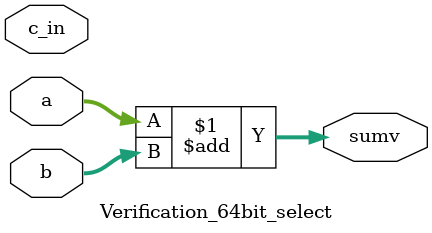
<source format=v>
`timescale 1ns / 1ps


module Verification_64bit_select (sumv, a, b, c_in);

	input [63:0] a;
	input [63:0] b;
	input c_in;

	output [63:0]sumv; 

	assign {sumv} = a + b;

endmodule
</source>
